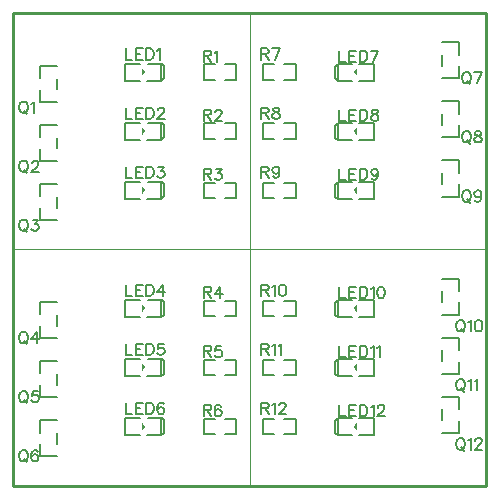
<source format=gto>
G04 Layer: TopSilkscreenLayer*
G04 EasyEDA v6.5.20, 2023-08-22 23:15:59*
G04 a67cddfb3fce44daa9051d46cbbcc19f,10*
G04 Gerber Generator version 0.2*
G04 Scale: 100 percent, Rotated: No, Reflected: No *
G04 Dimensions in millimeters *
G04 leading zeros omitted , absolute positions ,4 integer and 5 decimal *
%FSLAX45Y45*%
%MOMM*%

%ADD10C,0.1524*%
%ADD11C,0.1000*%
%ADD12C,0.1500*%
%ADD13C,0.2540*%

%LPD*%
D10*
X2109977Y4183379D02*
G01*
X2109977Y4087876D01*
X2109977Y4183379D02*
G01*
X2150872Y4183379D01*
X2164588Y4178807D01*
X2169159Y4174236D01*
X2173731Y4165092D01*
X2173731Y4155947D01*
X2169159Y4147057D01*
X2164588Y4142486D01*
X2150872Y4137913D01*
X2109977Y4137913D01*
X2141727Y4137913D02*
G01*
X2173731Y4087876D01*
X2203704Y4165092D02*
G01*
X2212593Y4169663D01*
X2226309Y4183379D01*
X2226309Y4087876D01*
X2109977Y3683254D02*
G01*
X2109977Y3587750D01*
X2109977Y3683254D02*
G01*
X2150872Y3683254D01*
X2164588Y3678681D01*
X2169159Y3674110D01*
X2173731Y3665220D01*
X2173731Y3656076D01*
X2169159Y3646931D01*
X2164588Y3642360D01*
X2150872Y3637787D01*
X2109977Y3637787D01*
X2141727Y3637787D02*
G01*
X2173731Y3587750D01*
X2208275Y3660647D02*
G01*
X2208275Y3665220D01*
X2212593Y3674110D01*
X2217165Y3678681D01*
X2226309Y3683254D01*
X2244597Y3683254D01*
X2253488Y3678681D01*
X2258059Y3674110D01*
X2262631Y3665220D01*
X2262631Y3656076D01*
X2258059Y3646931D01*
X2249170Y3633215D01*
X2203704Y3587750D01*
X2267204Y3587750D01*
X2109977Y3183381D02*
G01*
X2109977Y3087878D01*
X2109977Y3183381D02*
G01*
X2150872Y3183381D01*
X2164588Y3178810D01*
X2169159Y3174237D01*
X2173731Y3165094D01*
X2173731Y3155950D01*
X2169159Y3147060D01*
X2164588Y3142487D01*
X2150872Y3137915D01*
X2109977Y3137915D01*
X2141727Y3137915D02*
G01*
X2173731Y3087878D01*
X2212593Y3183381D02*
G01*
X2262631Y3183381D01*
X2235454Y3147060D01*
X2249170Y3147060D01*
X2258059Y3142487D01*
X2262631Y3137915D01*
X2267204Y3124200D01*
X2267204Y3115055D01*
X2262631Y3101594D01*
X2253488Y3092450D01*
X2240025Y3087878D01*
X2226309Y3087878D01*
X2212593Y3092450D01*
X2208275Y3097021D01*
X2203704Y3105912D01*
X2109977Y2183384D02*
G01*
X2109977Y2087879D01*
X2109977Y2183384D02*
G01*
X2150872Y2183384D01*
X2164588Y2178812D01*
X2169159Y2174239D01*
X2173477Y2165095D01*
X2173477Y2155952D01*
X2169159Y2147062D01*
X2164588Y2142489D01*
X2150872Y2137918D01*
X2109977Y2137918D01*
X2141727Y2137918D02*
G01*
X2173477Y2087879D01*
X2249170Y2183384D02*
G01*
X2203704Y2119629D01*
X2271775Y2119629D01*
X2249170Y2183384D02*
G01*
X2249170Y2087879D01*
X2109977Y1683257D02*
G01*
X2109977Y1587754D01*
X2109977Y1683257D02*
G01*
X2150872Y1683257D01*
X2164588Y1678686D01*
X2169159Y1674113D01*
X2173477Y1665223D01*
X2173477Y1656079D01*
X2169159Y1646936D01*
X2164588Y1642363D01*
X2150872Y1637792D01*
X2109977Y1637792D01*
X2141727Y1637792D02*
G01*
X2173477Y1587754D01*
X2258059Y1683257D02*
G01*
X2212593Y1683257D01*
X2208022Y1642363D01*
X2212593Y1646936D01*
X2226309Y1651507D01*
X2240025Y1651507D01*
X2253488Y1646936D01*
X2262631Y1637792D01*
X2267204Y1624329D01*
X2267204Y1615186D01*
X2262631Y1601470D01*
X2253488Y1592326D01*
X2240025Y1587754D01*
X2226309Y1587754D01*
X2212593Y1592326D01*
X2208022Y1596897D01*
X2203704Y1606042D01*
X2109977Y1183386D02*
G01*
X2109977Y1087881D01*
X2109977Y1183386D02*
G01*
X2150872Y1183386D01*
X2164588Y1178813D01*
X2169159Y1174242D01*
X2173477Y1165097D01*
X2173477Y1155954D01*
X2169159Y1147063D01*
X2164588Y1142492D01*
X2150872Y1137920D01*
X2109977Y1137920D01*
X2141727Y1137920D02*
G01*
X2173477Y1087881D01*
X2258059Y1169670D02*
G01*
X2253488Y1178813D01*
X2240025Y1183386D01*
X2230881Y1183386D01*
X2217165Y1178813D01*
X2208022Y1165097D01*
X2203704Y1142492D01*
X2203704Y1119631D01*
X2208022Y1101597D01*
X2217165Y1092454D01*
X2230881Y1087881D01*
X2235454Y1087881D01*
X2249170Y1092454D01*
X2258059Y1101597D01*
X2262631Y1115060D01*
X2262631Y1119631D01*
X2258059Y1133347D01*
X2249170Y1142492D01*
X2235454Y1147063D01*
X2230881Y1147063D01*
X2217165Y1142492D01*
X2208022Y1133347D01*
X2203704Y1119631D01*
X2599943Y4200905D02*
G01*
X2599943Y4105402D01*
X2599943Y4200905D02*
G01*
X2640838Y4200905D01*
X2654554Y4196334D01*
X2659125Y4191762D01*
X2663697Y4182618D01*
X2663697Y4173728D01*
X2659125Y4164584D01*
X2654554Y4160012D01*
X2640838Y4155439D01*
X2599943Y4155439D01*
X2631693Y4155439D02*
G01*
X2663697Y4105402D01*
X2757170Y4200905D02*
G01*
X2711704Y4105402D01*
X2693670Y4200905D02*
G01*
X2757170Y4200905D01*
X2599943Y3700779D02*
G01*
X2599943Y3605529D01*
X2599943Y3700779D02*
G01*
X2640838Y3700779D01*
X2654554Y3696462D01*
X2659125Y3691889D01*
X2663697Y3682745D01*
X2663697Y3673602D01*
X2659125Y3664457D01*
X2654554Y3659886D01*
X2640838Y3655568D01*
X2599943Y3655568D01*
X2631693Y3655568D02*
G01*
X2663697Y3605529D01*
X2716275Y3700779D02*
G01*
X2702813Y3696462D01*
X2698241Y3687318D01*
X2698241Y3678173D01*
X2702813Y3669029D01*
X2711704Y3664457D01*
X2729991Y3659886D01*
X2743708Y3655568D01*
X2752597Y3646423D01*
X2757170Y3637279D01*
X2757170Y3623563D01*
X2752597Y3614420D01*
X2748279Y3610102D01*
X2734563Y3605529D01*
X2716275Y3605529D01*
X2702813Y3610102D01*
X2698241Y3614420D01*
X2693670Y3623563D01*
X2693670Y3637279D01*
X2698241Y3646423D01*
X2707386Y3655568D01*
X2720847Y3659886D01*
X2739136Y3664457D01*
X2748279Y3669029D01*
X2752597Y3678173D01*
X2752597Y3687318D01*
X2748279Y3696462D01*
X2734563Y3700779D01*
X2716275Y3700779D01*
X2599943Y3200907D02*
G01*
X2599943Y3105404D01*
X2599943Y3200907D02*
G01*
X2640838Y3200907D01*
X2654554Y3196336D01*
X2659125Y3191763D01*
X2663697Y3182620D01*
X2663697Y3173729D01*
X2659125Y3164586D01*
X2654554Y3160013D01*
X2640838Y3155442D01*
X2599943Y3155442D01*
X2631693Y3155442D02*
G01*
X2663697Y3105404D01*
X2752597Y3169157D02*
G01*
X2748279Y3155442D01*
X2739136Y3146297D01*
X2725420Y3141726D01*
X2720847Y3141726D01*
X2707386Y3146297D01*
X2698241Y3155442D01*
X2693670Y3169157D01*
X2693670Y3173729D01*
X2698241Y3187192D01*
X2707386Y3196336D01*
X2720847Y3200907D01*
X2725420Y3200907D01*
X2739136Y3196336D01*
X2748279Y3187192D01*
X2752597Y3169157D01*
X2752597Y3146297D01*
X2748279Y3123692D01*
X2739136Y3109976D01*
X2725420Y3105404D01*
X2716275Y3105404D01*
X2702813Y3109976D01*
X2698241Y3119120D01*
X2599943Y2200910D02*
G01*
X2599943Y2105405D01*
X2599943Y2200910D02*
G01*
X2640838Y2200910D01*
X2654554Y2196337D01*
X2659125Y2191765D01*
X2663697Y2182621D01*
X2663697Y2173731D01*
X2659125Y2164587D01*
X2654554Y2160015D01*
X2640838Y2155444D01*
X2599943Y2155444D01*
X2631693Y2155444D02*
G01*
X2663697Y2105405D01*
X2693670Y2182621D02*
G01*
X2702813Y2187194D01*
X2716275Y2200910D01*
X2716275Y2105405D01*
X2773679Y2200910D02*
G01*
X2759963Y2196337D01*
X2750820Y2182621D01*
X2746247Y2160015D01*
X2746247Y2146300D01*
X2750820Y2123694D01*
X2759963Y2109978D01*
X2773679Y2105405D01*
X2782824Y2105405D01*
X2796286Y2109978D01*
X2805429Y2123694D01*
X2810002Y2146300D01*
X2810002Y2160015D01*
X2805429Y2182621D01*
X2796286Y2196337D01*
X2782824Y2200910D01*
X2773679Y2200910D01*
X2599943Y1700784D02*
G01*
X2599943Y1605534D01*
X2599943Y1700784D02*
G01*
X2640838Y1700784D01*
X2654554Y1696465D01*
X2659125Y1691894D01*
X2663697Y1682750D01*
X2663697Y1673605D01*
X2659125Y1664462D01*
X2654554Y1659889D01*
X2640838Y1655571D01*
X2599943Y1655571D01*
X2631693Y1655571D02*
G01*
X2663697Y1605534D01*
X2693670Y1682750D02*
G01*
X2702813Y1687321D01*
X2716275Y1700784D01*
X2716275Y1605534D01*
X2746247Y1682750D02*
G01*
X2755391Y1687321D01*
X2769108Y1700784D01*
X2769108Y1605534D01*
X2599943Y1200912D02*
G01*
X2599943Y1105407D01*
X2599943Y1200912D02*
G01*
X2640838Y1200912D01*
X2654554Y1196339D01*
X2659125Y1191768D01*
X2663697Y1182623D01*
X2663697Y1173734D01*
X2659125Y1164589D01*
X2654554Y1160018D01*
X2640838Y1155445D01*
X2599943Y1155445D01*
X2631693Y1155445D02*
G01*
X2663697Y1105407D01*
X2693670Y1182623D02*
G01*
X2702813Y1187195D01*
X2716275Y1200912D01*
X2716275Y1105407D01*
X2750820Y1178305D02*
G01*
X2750820Y1182623D01*
X2755391Y1191768D01*
X2759963Y1196339D01*
X2769108Y1200912D01*
X2787141Y1200912D01*
X2796286Y1196339D01*
X2800858Y1191768D01*
X2805429Y1182623D01*
X2805429Y1173734D01*
X2800858Y1164589D01*
X2791713Y1150873D01*
X2746247Y1105407D01*
X2810002Y1105407D01*
X1450068Y2200986D02*
G01*
X1450068Y2105482D01*
X1450068Y2105482D02*
G01*
X1504678Y2105482D01*
X1534650Y2200986D02*
G01*
X1534650Y2105482D01*
X1534650Y2200986D02*
G01*
X1593578Y2200986D01*
X1534650Y2155520D02*
G01*
X1570972Y2155520D01*
X1534650Y2105482D02*
G01*
X1593578Y2105482D01*
X1623804Y2200986D02*
G01*
X1623804Y2105482D01*
X1623804Y2200986D02*
G01*
X1655554Y2200986D01*
X1669270Y2196414D01*
X1678160Y2187524D01*
X1682732Y2178380D01*
X1687304Y2164664D01*
X1687304Y2142058D01*
X1682732Y2128342D01*
X1678160Y2119198D01*
X1669270Y2110054D01*
X1655554Y2105482D01*
X1623804Y2105482D01*
X1762742Y2200986D02*
G01*
X1717276Y2137486D01*
X1785602Y2137486D01*
X1762742Y2200986D02*
G01*
X1762742Y2105482D01*
X1450068Y1700987D02*
G01*
X1450068Y1605483D01*
X1450068Y1605483D02*
G01*
X1504424Y1605483D01*
X1534396Y1700987D02*
G01*
X1534396Y1605483D01*
X1534396Y1700987D02*
G01*
X1593578Y1700987D01*
X1534396Y1655521D02*
G01*
X1570972Y1655521D01*
X1534396Y1605483D02*
G01*
X1593578Y1605483D01*
X1623550Y1700987D02*
G01*
X1623550Y1605483D01*
X1623550Y1700987D02*
G01*
X1655300Y1700987D01*
X1669016Y1696415D01*
X1678160Y1687271D01*
X1682732Y1678127D01*
X1687304Y1664665D01*
X1687304Y1641805D01*
X1682732Y1628089D01*
X1678160Y1619199D01*
X1669016Y1610055D01*
X1655300Y1605483D01*
X1623550Y1605483D01*
X1771632Y1700987D02*
G01*
X1726420Y1700987D01*
X1721848Y1660093D01*
X1726420Y1664665D01*
X1739882Y1669237D01*
X1753598Y1669237D01*
X1767314Y1664665D01*
X1776204Y1655521D01*
X1780776Y1641805D01*
X1780776Y1632661D01*
X1776204Y1619199D01*
X1767314Y1610055D01*
X1753598Y1605483D01*
X1739882Y1605483D01*
X1726420Y1610055D01*
X1721848Y1614627D01*
X1717276Y1623771D01*
X1450068Y1200988D02*
G01*
X1450068Y1105484D01*
X1450068Y1105484D02*
G01*
X1504424Y1105484D01*
X1534396Y1200988D02*
G01*
X1534396Y1105484D01*
X1534396Y1200988D02*
G01*
X1593578Y1200988D01*
X1534396Y1155522D02*
G01*
X1570972Y1155522D01*
X1534396Y1105484D02*
G01*
X1593578Y1105484D01*
X1623550Y1200988D02*
G01*
X1623550Y1105484D01*
X1623550Y1200988D02*
G01*
X1655300Y1200988D01*
X1669016Y1196416D01*
X1678160Y1187526D01*
X1682732Y1178382D01*
X1687304Y1164666D01*
X1687304Y1142060D01*
X1682732Y1128344D01*
X1678160Y1119200D01*
X1669016Y1110056D01*
X1655300Y1105484D01*
X1623550Y1105484D01*
X1771632Y1187526D02*
G01*
X1767314Y1196416D01*
X1753598Y1200988D01*
X1744454Y1200988D01*
X1730738Y1196416D01*
X1721848Y1182954D01*
X1717276Y1160094D01*
X1717276Y1137488D01*
X1721848Y1119200D01*
X1730738Y1110056D01*
X1744454Y1105484D01*
X1749026Y1105484D01*
X1762742Y1110056D01*
X1771632Y1119200D01*
X1776204Y1132916D01*
X1776204Y1137488D01*
X1771632Y1150950D01*
X1762742Y1160094D01*
X1749026Y1164666D01*
X1744454Y1164666D01*
X1730738Y1160094D01*
X1721848Y1150950D01*
X1717276Y1137488D01*
X3260224Y4183456D02*
G01*
X3260224Y4087952D01*
X3260224Y4087952D02*
G01*
X3314580Y4087952D01*
X3344552Y4183456D02*
G01*
X3344552Y4087952D01*
X3344552Y4183456D02*
G01*
X3403734Y4183456D01*
X3344552Y4137990D02*
G01*
X3381128Y4137990D01*
X3344552Y4087952D02*
G01*
X3403734Y4087952D01*
X3433706Y4183456D02*
G01*
X3433706Y4087952D01*
X3433706Y4183456D02*
G01*
X3465456Y4183456D01*
X3479172Y4178884D01*
X3488316Y4169740D01*
X3492888Y4160596D01*
X3497460Y4147134D01*
X3497460Y4124274D01*
X3492888Y4110558D01*
X3488316Y4101668D01*
X3479172Y4092524D01*
X3465456Y4087952D01*
X3433706Y4087952D01*
X3590932Y4183456D02*
G01*
X3545466Y4087952D01*
X3527432Y4183456D02*
G01*
X3590932Y4183456D01*
X3260224Y3683203D02*
G01*
X3260224Y3587699D01*
X3260224Y3587699D02*
G01*
X3314580Y3587699D01*
X3344552Y3683203D02*
G01*
X3344552Y3587699D01*
X3344552Y3683203D02*
G01*
X3403734Y3683203D01*
X3344552Y3637737D02*
G01*
X3381128Y3637737D01*
X3344552Y3587699D02*
G01*
X3403734Y3587699D01*
X3433706Y3683203D02*
G01*
X3433706Y3587699D01*
X3433706Y3683203D02*
G01*
X3465456Y3683203D01*
X3479172Y3678631D01*
X3488316Y3669487D01*
X3492888Y3660597D01*
X3497460Y3646881D01*
X3497460Y3624275D01*
X3492888Y3610559D01*
X3488316Y3601415D01*
X3479172Y3592271D01*
X3465456Y3587699D01*
X3433706Y3587699D01*
X3550038Y3683203D02*
G01*
X3536576Y3678631D01*
X3532004Y3669487D01*
X3532004Y3660597D01*
X3536576Y3651453D01*
X3545466Y3646881D01*
X3563754Y3642309D01*
X3577470Y3637737D01*
X3586360Y3628593D01*
X3590932Y3619703D01*
X3590932Y3605987D01*
X3586360Y3596843D01*
X3581788Y3592271D01*
X3568326Y3587699D01*
X3550038Y3587699D01*
X3536576Y3592271D01*
X3532004Y3596843D01*
X3527432Y3605987D01*
X3527432Y3619703D01*
X3532004Y3628593D01*
X3540894Y3637737D01*
X3554610Y3642309D01*
X3572898Y3646881D01*
X3581788Y3651453D01*
X3586360Y3660597D01*
X3586360Y3669487D01*
X3581788Y3678631D01*
X3568326Y3683203D01*
X3550038Y3683203D01*
X3260224Y3183458D02*
G01*
X3260224Y3087954D01*
X3260224Y3087954D02*
G01*
X3314580Y3087954D01*
X3344552Y3183458D02*
G01*
X3344552Y3087954D01*
X3344552Y3183458D02*
G01*
X3403734Y3183458D01*
X3344552Y3137992D02*
G01*
X3381128Y3137992D01*
X3344552Y3087954D02*
G01*
X3403734Y3087954D01*
X3433706Y3183458D02*
G01*
X3433706Y3087954D01*
X3433706Y3183458D02*
G01*
X3465456Y3183458D01*
X3479172Y3178886D01*
X3488316Y3169742D01*
X3492888Y3160598D01*
X3497460Y3147136D01*
X3497460Y3124276D01*
X3492888Y3110560D01*
X3488316Y3101670D01*
X3479172Y3092526D01*
X3465456Y3087954D01*
X3433706Y3087954D01*
X3586360Y3151454D02*
G01*
X3581788Y3137992D01*
X3572898Y3128848D01*
X3559182Y3124276D01*
X3554610Y3124276D01*
X3540894Y3128848D01*
X3532004Y3137992D01*
X3527432Y3151454D01*
X3527432Y3156026D01*
X3532004Y3169742D01*
X3540894Y3178886D01*
X3554610Y3183458D01*
X3559182Y3183458D01*
X3572898Y3178886D01*
X3581788Y3169742D01*
X3586360Y3151454D01*
X3586360Y3128848D01*
X3581788Y3105988D01*
X3572898Y3092526D01*
X3559182Y3087954D01*
X3550038Y3087954D01*
X3536576Y3092526D01*
X3532004Y3101670D01*
X3260224Y2183460D02*
G01*
X3260224Y2087956D01*
X3260224Y2087956D02*
G01*
X3314580Y2087956D01*
X3344552Y2183460D02*
G01*
X3344552Y2087956D01*
X3344552Y2183460D02*
G01*
X3403734Y2183460D01*
X3344552Y2137994D02*
G01*
X3381128Y2137994D01*
X3344552Y2087956D02*
G01*
X3403734Y2087956D01*
X3433706Y2183460D02*
G01*
X3433706Y2087956D01*
X3433706Y2183460D02*
G01*
X3465456Y2183460D01*
X3479172Y2178888D01*
X3488316Y2169744D01*
X3492888Y2160600D01*
X3497460Y2147138D01*
X3497460Y2124278D01*
X3492888Y2110562D01*
X3488316Y2101672D01*
X3479172Y2092528D01*
X3465456Y2087956D01*
X3433706Y2087956D01*
X3527432Y2165172D02*
G01*
X3536576Y2169744D01*
X3550038Y2183460D01*
X3550038Y2087956D01*
X3607442Y2183460D02*
G01*
X3593726Y2178888D01*
X3584582Y2165172D01*
X3580010Y2142566D01*
X3580010Y2128850D01*
X3584582Y2105990D01*
X3593726Y2092528D01*
X3607442Y2087956D01*
X3616586Y2087956D01*
X3630048Y2092528D01*
X3639192Y2105990D01*
X3643764Y2128850D01*
X3643764Y2142566D01*
X3639192Y2165172D01*
X3630048Y2178888D01*
X3616586Y2183460D01*
X3607442Y2183460D01*
X3260224Y1683207D02*
G01*
X3260224Y1587703D01*
X3260224Y1587703D02*
G01*
X3314580Y1587703D01*
X3344552Y1683207D02*
G01*
X3344552Y1587703D01*
X3344552Y1683207D02*
G01*
X3403734Y1683207D01*
X3344552Y1637741D02*
G01*
X3381128Y1637741D01*
X3344552Y1587703D02*
G01*
X3403734Y1587703D01*
X3433706Y1683207D02*
G01*
X3433706Y1587703D01*
X3433706Y1683207D02*
G01*
X3465456Y1683207D01*
X3479172Y1678635D01*
X3488316Y1669491D01*
X3492888Y1660601D01*
X3497460Y1646885D01*
X3497460Y1624279D01*
X3492888Y1610563D01*
X3488316Y1601419D01*
X3479172Y1592275D01*
X3465456Y1587703D01*
X3433706Y1587703D01*
X3527432Y1665173D02*
G01*
X3536576Y1669491D01*
X3550038Y1683207D01*
X3550038Y1587703D01*
X3580010Y1665173D02*
G01*
X3589154Y1669491D01*
X3602870Y1683207D01*
X3602870Y1587703D01*
X3260224Y1183462D02*
G01*
X3260224Y1087958D01*
X3260224Y1087958D02*
G01*
X3314580Y1087958D01*
X3344552Y1183462D02*
G01*
X3344552Y1087958D01*
X3344552Y1183462D02*
G01*
X3403734Y1183462D01*
X3344552Y1137996D02*
G01*
X3381128Y1137996D01*
X3344552Y1087958D02*
G01*
X3403734Y1087958D01*
X3433706Y1183462D02*
G01*
X3433706Y1087958D01*
X3433706Y1183462D02*
G01*
X3465456Y1183462D01*
X3479172Y1178890D01*
X3488316Y1169746D01*
X3492888Y1160602D01*
X3497460Y1147140D01*
X3497460Y1124280D01*
X3492888Y1110564D01*
X3488316Y1101674D01*
X3479172Y1092530D01*
X3465456Y1087958D01*
X3433706Y1087958D01*
X3527432Y1165174D02*
G01*
X3536576Y1169746D01*
X3550038Y1183462D01*
X3550038Y1087958D01*
X3584582Y1160602D02*
G01*
X3584582Y1165174D01*
X3589154Y1174318D01*
X3593726Y1178890D01*
X3602870Y1183462D01*
X3620904Y1183462D01*
X3630048Y1178890D01*
X3634620Y1174318D01*
X3639192Y1165174D01*
X3639192Y1156030D01*
X3634620Y1147140D01*
X3625476Y1133424D01*
X3580010Y1087958D01*
X3643764Y1087958D01*
X577151Y1800987D02*
G01*
X568261Y1796414D01*
X559117Y1787270D01*
X554545Y1778127D01*
X549973Y1764664D01*
X549973Y1741804D01*
X554545Y1728088D01*
X559117Y1719198D01*
X568261Y1710054D01*
X577151Y1705482D01*
X595439Y1705482D01*
X604583Y1710054D01*
X613727Y1719198D01*
X618299Y1728088D01*
X622617Y1741804D01*
X622617Y1764664D01*
X618299Y1778127D01*
X613727Y1787270D01*
X604583Y1796414D01*
X595439Y1800987D01*
X577151Y1800987D01*
X590867Y1723517D02*
G01*
X618299Y1696338D01*
X698055Y1800987D02*
G01*
X652843Y1737232D01*
X720915Y1737232D01*
X698055Y1800987D02*
G01*
X698055Y1705482D01*
X577151Y800988D02*
G01*
X568261Y796417D01*
X559117Y787272D01*
X554545Y778129D01*
X549973Y764667D01*
X549973Y741806D01*
X554545Y728090D01*
X559117Y719201D01*
X568261Y710056D01*
X577151Y705485D01*
X595439Y705485D01*
X604583Y710056D01*
X613727Y719201D01*
X618299Y728090D01*
X622617Y741806D01*
X622617Y764667D01*
X618299Y778129D01*
X613727Y787272D01*
X604583Y796417D01*
X595439Y800988D01*
X577151Y800988D01*
X590867Y723519D02*
G01*
X618299Y696340D01*
X707199Y787272D02*
G01*
X702627Y796417D01*
X689165Y800988D01*
X680021Y800988D01*
X666305Y796417D01*
X657161Y782701D01*
X652843Y760095D01*
X652843Y737235D01*
X657161Y719201D01*
X666305Y710056D01*
X680021Y705485D01*
X684593Y705485D01*
X698055Y710056D01*
X707199Y719201D01*
X711771Y732662D01*
X711771Y737235D01*
X707199Y750951D01*
X698055Y760095D01*
X684593Y764667D01*
X680021Y764667D01*
X666305Y760095D01*
X657161Y750951D01*
X652843Y737235D01*
X1450065Y4201007D02*
G01*
X1450065Y4105503D01*
X1450065Y4105503D02*
G01*
X1504421Y4105503D01*
X1534647Y4201007D02*
G01*
X1534647Y4105503D01*
X1534647Y4201007D02*
G01*
X1593575Y4201007D01*
X1534647Y4155541D02*
G01*
X1570969Y4155541D01*
X1534647Y4105503D02*
G01*
X1593575Y4105503D01*
X1623547Y4201007D02*
G01*
X1623547Y4105503D01*
X1623547Y4201007D02*
G01*
X1655551Y4201007D01*
X1669013Y4196435D01*
X1678157Y4187291D01*
X1682729Y4178147D01*
X1687301Y4164431D01*
X1687301Y4141825D01*
X1682729Y4128109D01*
X1678157Y4118965D01*
X1669013Y4110075D01*
X1655551Y4105503D01*
X1623547Y4105503D01*
X1717273Y4182719D02*
G01*
X1726417Y4187291D01*
X1739879Y4201007D01*
X1739879Y4105503D01*
X1450065Y3700881D02*
G01*
X1450065Y3605377D01*
X1450065Y3605377D02*
G01*
X1504421Y3605377D01*
X1534647Y3700881D02*
G01*
X1534647Y3605377D01*
X1534647Y3700881D02*
G01*
X1593575Y3700881D01*
X1534647Y3655415D02*
G01*
X1570969Y3655415D01*
X1534647Y3605377D02*
G01*
X1593575Y3605377D01*
X1623547Y3700881D02*
G01*
X1623547Y3605377D01*
X1623547Y3700881D02*
G01*
X1655551Y3700881D01*
X1669013Y3696309D01*
X1678157Y3687165D01*
X1682729Y3678275D01*
X1687301Y3664559D01*
X1687301Y3641699D01*
X1682729Y3628237D01*
X1678157Y3619093D01*
X1669013Y3609949D01*
X1655551Y3605377D01*
X1623547Y3605377D01*
X1721845Y3678275D02*
G01*
X1721845Y3682593D01*
X1726417Y3691737D01*
X1730989Y3696309D01*
X1739879Y3700881D01*
X1758167Y3700881D01*
X1767311Y3696309D01*
X1771883Y3691737D01*
X1776455Y3682593D01*
X1776455Y3673703D01*
X1771883Y3664559D01*
X1762739Y3650843D01*
X1717273Y3605377D01*
X1781027Y3605377D01*
X1450065Y3201009D02*
G01*
X1450065Y3105505D01*
X1450065Y3105505D02*
G01*
X1504421Y3105505D01*
X1534647Y3201009D02*
G01*
X1534647Y3105505D01*
X1534647Y3201009D02*
G01*
X1593575Y3201009D01*
X1534647Y3155543D02*
G01*
X1570969Y3155543D01*
X1534647Y3105505D02*
G01*
X1593575Y3105505D01*
X1623547Y3201009D02*
G01*
X1623547Y3105505D01*
X1623547Y3201009D02*
G01*
X1655551Y3201009D01*
X1669013Y3196437D01*
X1678157Y3187293D01*
X1682729Y3178149D01*
X1687301Y3164433D01*
X1687301Y3141827D01*
X1682729Y3128111D01*
X1678157Y3118967D01*
X1669013Y3110077D01*
X1655551Y3105505D01*
X1623547Y3105505D01*
X1726417Y3201009D02*
G01*
X1776455Y3201009D01*
X1749023Y3164433D01*
X1762739Y3164433D01*
X1771883Y3160115D01*
X1776455Y3155543D01*
X1781027Y3141827D01*
X1781027Y3132683D01*
X1776455Y3118967D01*
X1767311Y3110077D01*
X1753595Y3105505D01*
X1739879Y3105505D01*
X1726417Y3110077D01*
X1721845Y3114649D01*
X1717273Y3123539D01*
X577303Y3750830D02*
G01*
X568159Y3746258D01*
X559015Y3737368D01*
X554443Y3728224D01*
X550125Y3714508D01*
X550125Y3691902D01*
X554443Y3678186D01*
X559015Y3669042D01*
X568159Y3659898D01*
X577303Y3655326D01*
X595337Y3655326D01*
X604481Y3659898D01*
X613625Y3669042D01*
X618197Y3678186D01*
X622769Y3691902D01*
X622769Y3714508D01*
X618197Y3728224D01*
X613625Y3737368D01*
X604481Y3746258D01*
X595337Y3750830D01*
X577303Y3750830D01*
X591019Y3673614D02*
G01*
X618197Y3646436D01*
X652741Y3732796D02*
G01*
X661885Y3737368D01*
X675347Y3750830D01*
X675347Y3655326D01*
X577303Y3250958D02*
G01*
X568159Y3246386D01*
X559015Y3237242D01*
X554443Y3228098D01*
X550125Y3214636D01*
X550125Y3191776D01*
X554443Y3178060D01*
X559015Y3169170D01*
X568159Y3160026D01*
X577303Y3155454D01*
X595337Y3155454D01*
X604481Y3160026D01*
X613625Y3169170D01*
X618197Y3178060D01*
X622769Y3191776D01*
X622769Y3214636D01*
X618197Y3228098D01*
X613625Y3237242D01*
X604481Y3246386D01*
X595337Y3250958D01*
X577303Y3250958D01*
X591019Y3173742D02*
G01*
X618197Y3146310D01*
X657313Y3228098D02*
G01*
X657313Y3232670D01*
X661885Y3241814D01*
X666457Y3246386D01*
X675347Y3250958D01*
X693635Y3250958D01*
X702779Y3246386D01*
X707351Y3241814D01*
X711923Y3232670D01*
X711923Y3223526D01*
X707351Y3214636D01*
X698207Y3200920D01*
X652741Y3155454D01*
X716241Y3155454D01*
X577303Y2750832D02*
G01*
X568159Y2746260D01*
X559015Y2737370D01*
X554443Y2728226D01*
X550125Y2714510D01*
X550125Y2691904D01*
X554443Y2678188D01*
X559015Y2669044D01*
X568159Y2659900D01*
X577303Y2655328D01*
X595337Y2655328D01*
X604481Y2659900D01*
X613625Y2669044D01*
X618197Y2678188D01*
X622769Y2691904D01*
X622769Y2714510D01*
X618197Y2728226D01*
X613625Y2737370D01*
X604481Y2746260D01*
X595337Y2750832D01*
X577303Y2750832D01*
X591019Y2673616D02*
G01*
X618197Y2646438D01*
X661885Y2750832D02*
G01*
X711923Y2750832D01*
X684491Y2714510D01*
X698207Y2714510D01*
X707351Y2709938D01*
X711923Y2705366D01*
X716241Y2691904D01*
X716241Y2682760D01*
X711923Y2669044D01*
X702779Y2659900D01*
X689063Y2655328D01*
X675347Y2655328D01*
X661885Y2659900D01*
X657313Y2664472D01*
X652741Y2673616D01*
X4327296Y4000830D02*
G01*
X4318152Y3996258D01*
X4309008Y3987368D01*
X4304436Y3978224D01*
X4300118Y3964508D01*
X4300118Y3941902D01*
X4304436Y3928186D01*
X4309008Y3919042D01*
X4318152Y3909898D01*
X4327296Y3905326D01*
X4345330Y3905326D01*
X4354474Y3909898D01*
X4363618Y3919042D01*
X4368190Y3928186D01*
X4372762Y3941902D01*
X4372762Y3964508D01*
X4368190Y3978224D01*
X4363618Y3987368D01*
X4354474Y3996258D01*
X4345330Y4000830D01*
X4327296Y4000830D01*
X4341012Y3923614D02*
G01*
X4368190Y3896436D01*
X4466234Y4000830D02*
G01*
X4421022Y3905326D01*
X4402734Y4000830D02*
G01*
X4466234Y4000830D01*
X4327296Y3500958D02*
G01*
X4318152Y3496386D01*
X4309008Y3487242D01*
X4304436Y3478098D01*
X4300118Y3464636D01*
X4300118Y3441776D01*
X4304436Y3428060D01*
X4309008Y3419170D01*
X4318152Y3410026D01*
X4327296Y3405454D01*
X4345330Y3405454D01*
X4354474Y3410026D01*
X4363618Y3419170D01*
X4368190Y3428060D01*
X4372762Y3441776D01*
X4372762Y3464636D01*
X4368190Y3478098D01*
X4363618Y3487242D01*
X4354474Y3496386D01*
X4345330Y3500958D01*
X4327296Y3500958D01*
X4341012Y3423742D02*
G01*
X4368190Y3396310D01*
X4425340Y3500958D02*
G01*
X4411878Y3496386D01*
X4407306Y3487242D01*
X4407306Y3478098D01*
X4411878Y3469208D01*
X4421022Y3464636D01*
X4439056Y3460064D01*
X4452772Y3455492D01*
X4461916Y3446348D01*
X4466234Y3437204D01*
X4466234Y3423742D01*
X4461916Y3414598D01*
X4457344Y3410026D01*
X4443628Y3405454D01*
X4425340Y3405454D01*
X4411878Y3410026D01*
X4407306Y3414598D01*
X4402734Y3423742D01*
X4402734Y3437204D01*
X4407306Y3446348D01*
X4416450Y3455492D01*
X4429912Y3460064D01*
X4448200Y3464636D01*
X4457344Y3469208D01*
X4461916Y3478098D01*
X4461916Y3487242D01*
X4457344Y3496386D01*
X4443628Y3500958D01*
X4425340Y3500958D01*
X4327296Y3000832D02*
G01*
X4318152Y2996260D01*
X4309008Y2987370D01*
X4304436Y2978226D01*
X4300118Y2964510D01*
X4300118Y2941904D01*
X4304436Y2928188D01*
X4309008Y2919044D01*
X4318152Y2909900D01*
X4327296Y2905328D01*
X4345330Y2905328D01*
X4354474Y2909900D01*
X4363618Y2919044D01*
X4368190Y2928188D01*
X4372762Y2941904D01*
X4372762Y2964510D01*
X4368190Y2978226D01*
X4363618Y2987370D01*
X4354474Y2996260D01*
X4345330Y3000832D01*
X4327296Y3000832D01*
X4341012Y2923616D02*
G01*
X4368190Y2896438D01*
X4461916Y2969082D02*
G01*
X4457344Y2955366D01*
X4448200Y2946476D01*
X4434484Y2941904D01*
X4429912Y2941904D01*
X4416450Y2946476D01*
X4407306Y2955366D01*
X4402734Y2969082D01*
X4402734Y2973654D01*
X4407306Y2987370D01*
X4416450Y2996260D01*
X4429912Y3000832D01*
X4434484Y3000832D01*
X4448200Y2996260D01*
X4457344Y2987370D01*
X4461916Y2969082D01*
X4461916Y2946476D01*
X4457344Y2923616D01*
X4448200Y2909900D01*
X4434484Y2905328D01*
X4425340Y2905328D01*
X4411878Y2909900D01*
X4407306Y2919044D01*
X4277296Y1900834D02*
G01*
X4268152Y1896262D01*
X4259008Y1887372D01*
X4254436Y1878228D01*
X4250118Y1864512D01*
X4250118Y1841906D01*
X4254436Y1828190D01*
X4259008Y1819046D01*
X4268152Y1809902D01*
X4277296Y1805330D01*
X4295330Y1805330D01*
X4304474Y1809902D01*
X4313618Y1819046D01*
X4318190Y1828190D01*
X4322762Y1841906D01*
X4322762Y1864512D01*
X4318190Y1878228D01*
X4313618Y1887372D01*
X4304474Y1896262D01*
X4295330Y1900834D01*
X4277296Y1900834D01*
X4291012Y1823618D02*
G01*
X4318190Y1796440D01*
X4352734Y1882800D02*
G01*
X4361878Y1887372D01*
X4375340Y1900834D01*
X4375340Y1805330D01*
X4432744Y1900834D02*
G01*
X4419028Y1896262D01*
X4409884Y1882800D01*
X4405566Y1859940D01*
X4405566Y1846478D01*
X4409884Y1823618D01*
X4419028Y1809902D01*
X4432744Y1805330D01*
X4441888Y1805330D01*
X4455350Y1809902D01*
X4464494Y1823618D01*
X4469066Y1846478D01*
X4469066Y1859940D01*
X4464494Y1882800D01*
X4455350Y1896262D01*
X4441888Y1900834D01*
X4432744Y1900834D01*
X4277296Y1400962D02*
G01*
X4268152Y1396390D01*
X4259008Y1387246D01*
X4254436Y1378102D01*
X4250118Y1364640D01*
X4250118Y1341780D01*
X4254436Y1328064D01*
X4259008Y1319174D01*
X4268152Y1310030D01*
X4277296Y1305458D01*
X4295330Y1305458D01*
X4304474Y1310030D01*
X4313618Y1319174D01*
X4318190Y1328064D01*
X4322762Y1341780D01*
X4322762Y1364640D01*
X4318190Y1378102D01*
X4313618Y1387246D01*
X4304474Y1396390D01*
X4295330Y1400962D01*
X4277296Y1400962D01*
X4291012Y1323746D02*
G01*
X4318190Y1296314D01*
X4352734Y1382674D02*
G01*
X4361878Y1387246D01*
X4375340Y1400962D01*
X4375340Y1305458D01*
X4405566Y1382674D02*
G01*
X4414456Y1387246D01*
X4428172Y1400962D01*
X4428172Y1305458D01*
X4277296Y900836D02*
G01*
X4268152Y896264D01*
X4259008Y887374D01*
X4254436Y878230D01*
X4250118Y864514D01*
X4250118Y841908D01*
X4254436Y828192D01*
X4259008Y819048D01*
X4268152Y809904D01*
X4277296Y805332D01*
X4295330Y805332D01*
X4304474Y809904D01*
X4313618Y819048D01*
X4318190Y828192D01*
X4322762Y841908D01*
X4322762Y864514D01*
X4318190Y878230D01*
X4313618Y887374D01*
X4304474Y896264D01*
X4295330Y900836D01*
X4277296Y900836D01*
X4291012Y823620D02*
G01*
X4318190Y796442D01*
X4352734Y882802D02*
G01*
X4361878Y887374D01*
X4375340Y900836D01*
X4375340Y805332D01*
X4409884Y878230D02*
G01*
X4409884Y882802D01*
X4414456Y891692D01*
X4419028Y896264D01*
X4428172Y900836D01*
X4446460Y900836D01*
X4455350Y896264D01*
X4459922Y891692D01*
X4464494Y882802D01*
X4464494Y873658D01*
X4459922Y864514D01*
X4450778Y850798D01*
X4405566Y805332D01*
X4469066Y805332D01*
X577423Y1300835D02*
G01*
X568279Y1296263D01*
X559135Y1287373D01*
X554563Y1278229D01*
X550245Y1264513D01*
X550245Y1241907D01*
X554563Y1228191D01*
X559135Y1219047D01*
X568279Y1209903D01*
X577423Y1205331D01*
X595457Y1205331D01*
X604601Y1209903D01*
X613745Y1219047D01*
X618317Y1228191D01*
X622889Y1241907D01*
X622889Y1264513D01*
X618317Y1278229D01*
X613745Y1287373D01*
X604601Y1296263D01*
X595457Y1300835D01*
X577423Y1300835D01*
X591139Y1223619D02*
G01*
X618317Y1196441D01*
X707471Y1300835D02*
G01*
X662005Y1300835D01*
X657433Y1259941D01*
X662005Y1264513D01*
X675467Y1269085D01*
X689183Y1269085D01*
X702899Y1264513D01*
X712043Y1255369D01*
X716361Y1241907D01*
X716361Y1232763D01*
X712043Y1219047D01*
X702899Y1209903D01*
X689183Y1205331D01*
X675467Y1205331D01*
X662005Y1209903D01*
X657433Y1214475D01*
X652861Y1223619D01*
G36*
X1588973Y2036013D02*
G01*
X1588008Y1963978D01*
X1613966Y1999996D01*
G37*
G36*
X1588973Y1535988D02*
G01*
X1588008Y1464005D01*
X1613966Y1500022D01*
G37*
G36*
X1588973Y1036015D02*
G01*
X1588008Y963980D01*
X1613966Y999998D01*
G37*
G36*
X3411982Y4035958D02*
G01*
X3386023Y3999992D01*
X3411016Y3963974D01*
G37*
G36*
X3411982Y3535984D02*
G01*
X3386023Y3499967D01*
X3411016Y3464001D01*
G37*
G36*
X3411982Y3036011D02*
G01*
X3386023Y2999994D01*
X3411016Y2963976D01*
G37*
G36*
X3411982Y2036013D02*
G01*
X3386023Y1999996D01*
X3411016Y1963978D01*
G37*
G36*
X3411982Y1535988D02*
G01*
X3386023Y1499971D01*
X3411016Y1464005D01*
G37*
G36*
X3411982Y1035964D02*
G01*
X3386023Y999998D01*
X3411016Y963980D01*
G37*
G36*
X1588973Y4036009D02*
G01*
X1588008Y3964025D01*
X1613966Y3999992D01*
G37*
G36*
X1588973Y3535984D02*
G01*
X1588008Y3464001D01*
X1613966Y3500018D01*
G37*
G36*
X1588973Y3036011D02*
G01*
X1588008Y2964027D01*
X1613966Y2999994D01*
G37*
X2292553Y3933931D02*
G01*
X2388440Y3933931D01*
X2388440Y4066052D01*
X2292553Y4066052D01*
X2207310Y3933931D02*
G01*
X2111423Y3933931D01*
X2111423Y4066052D01*
X2207310Y4066052D01*
X2292553Y3433805D02*
G01*
X2388440Y3433805D01*
X2388440Y3565926D01*
X2292553Y3565926D01*
X2207310Y3433805D02*
G01*
X2111423Y3433805D01*
X2111423Y3565926D01*
X2207310Y3565926D01*
X2292553Y2933933D02*
G01*
X2388440Y2933933D01*
X2388440Y3066054D01*
X2292553Y3066054D01*
X2207310Y2933933D02*
G01*
X2111423Y2933933D01*
X2111423Y3066054D01*
X2207310Y3066054D01*
X2292553Y1933935D02*
G01*
X2388440Y1933935D01*
X2388440Y2066056D01*
X2292553Y2066056D01*
X2207310Y1933935D02*
G01*
X2111423Y1933935D01*
X2111423Y2066056D01*
X2207310Y2066056D01*
X2292553Y1433809D02*
G01*
X2388440Y1433809D01*
X2388440Y1565930D01*
X2292553Y1565930D01*
X2207310Y1433809D02*
G01*
X2111423Y1433809D01*
X2111423Y1565930D01*
X2207310Y1565930D01*
X2292553Y933937D02*
G01*
X2388440Y933937D01*
X2388440Y1066058D01*
X2292553Y1066058D01*
X2207310Y933937D02*
G01*
X2111423Y933937D01*
X2111423Y1066058D01*
X2207310Y1066058D01*
X2707436Y4066052D02*
G01*
X2611549Y4066052D01*
X2611549Y3933931D01*
X2707436Y3933931D01*
X2792679Y4066052D02*
G01*
X2888566Y4066052D01*
X2888566Y3933931D01*
X2792679Y3933931D01*
X2707436Y3565926D02*
G01*
X2611549Y3565926D01*
X2611549Y3433805D01*
X2707436Y3433805D01*
X2792679Y3565926D02*
G01*
X2888566Y3565926D01*
X2888566Y3433805D01*
X2792679Y3433805D01*
X2707436Y3066054D02*
G01*
X2611549Y3066054D01*
X2611549Y2933933D01*
X2707436Y2933933D01*
X2792679Y3066054D02*
G01*
X2888566Y3066054D01*
X2888566Y2933933D01*
X2792679Y2933933D01*
X2707436Y2066056D02*
G01*
X2611549Y2066056D01*
X2611549Y1933935D01*
X2707436Y1933935D01*
X2792679Y2066056D02*
G01*
X2888566Y2066056D01*
X2888566Y1933935D01*
X2792679Y1933935D01*
X2707436Y1565930D02*
G01*
X2611549Y1565930D01*
X2611549Y1433809D01*
X2707436Y1433809D01*
X2792679Y1565930D02*
G01*
X2888566Y1565930D01*
X2888566Y1433809D01*
X2792679Y1433809D01*
X2707436Y1066058D02*
G01*
X2611549Y1066058D01*
X2611549Y933937D01*
X2707436Y933937D01*
X2792679Y1066058D02*
G01*
X2888566Y1066058D01*
X2888566Y933937D01*
X2792679Y933937D01*
D11*
X2500000Y4499993D02*
G01*
X2500000Y499998D01*
X499998Y2499995D02*
G01*
X4499990Y2499995D01*
D12*
X1636996Y2072995D02*
G01*
X1751995Y2072995D01*
X1751995Y1927997D01*
X1631995Y1927997D01*
X1569996Y1926996D02*
G01*
X1445996Y1926996D01*
X1445996Y2071994D01*
X1569996Y2071994D01*
X1751995Y2072995D02*
G01*
X1754997Y2072995D01*
X1774997Y2052995D01*
X1774997Y1950996D01*
X1771995Y1947997D01*
X1751995Y1927997D01*
X1636996Y1572996D02*
G01*
X1751995Y1572996D01*
X1751995Y1427998D01*
X1631995Y1427998D01*
X1569996Y1426997D02*
G01*
X1445996Y1426997D01*
X1445996Y1571995D01*
X1569996Y1571995D01*
X1751995Y1572996D02*
G01*
X1754997Y1572996D01*
X1774997Y1552996D01*
X1774997Y1450997D01*
X1771995Y1447998D01*
X1751995Y1427998D01*
X1636996Y1072997D02*
G01*
X1751995Y1072997D01*
X1751995Y927999D01*
X1631995Y927999D01*
X1569996Y926998D02*
G01*
X1445996Y926998D01*
X1445996Y1071996D01*
X1569996Y1071996D01*
X1751995Y1072997D02*
G01*
X1754997Y1072997D01*
X1774997Y1052997D01*
X1774997Y950998D01*
X1771995Y947999D01*
X1751995Y927999D01*
X3362993Y3926992D02*
G01*
X3247994Y3926992D01*
X3247994Y4071990D01*
X3367994Y4071990D01*
X3429993Y4072991D02*
G01*
X3553993Y4072991D01*
X3553993Y3927993D01*
X3429993Y3927993D01*
X3247994Y3926992D02*
G01*
X3244992Y3926992D01*
X3224992Y3946992D01*
X3224992Y4048991D01*
X3227994Y4051990D01*
X3247994Y4071990D01*
X3362993Y3426993D02*
G01*
X3247994Y3426993D01*
X3247994Y3571991D01*
X3367994Y3571991D01*
X3429993Y3572992D02*
G01*
X3553993Y3572992D01*
X3553993Y3427994D01*
X3429993Y3427994D01*
X3247994Y3426993D02*
G01*
X3244992Y3426993D01*
X3224992Y3446993D01*
X3224992Y3548992D01*
X3227994Y3551991D01*
X3247994Y3571991D01*
X3362993Y2926994D02*
G01*
X3247994Y2926994D01*
X3247994Y3071992D01*
X3367994Y3071992D01*
X3429993Y3072993D02*
G01*
X3553993Y3072993D01*
X3553993Y2927995D01*
X3429993Y2927995D01*
X3247994Y2926994D02*
G01*
X3244992Y2926994D01*
X3224992Y2946994D01*
X3224992Y3048993D01*
X3227994Y3051992D01*
X3247994Y3071992D01*
X3362993Y1926996D02*
G01*
X3247994Y1926996D01*
X3247994Y2071994D01*
X3367994Y2071994D01*
X3429993Y2072995D02*
G01*
X3553993Y2072995D01*
X3553993Y1927997D01*
X3429993Y1927997D01*
X3247994Y1926996D02*
G01*
X3244992Y1926996D01*
X3224992Y1946996D01*
X3224992Y2048995D01*
X3227994Y2051994D01*
X3247994Y2071994D01*
X3362993Y1426997D02*
G01*
X3247994Y1426997D01*
X3247994Y1571995D01*
X3367994Y1571995D01*
X3429993Y1572996D02*
G01*
X3553993Y1572996D01*
X3553993Y1427998D01*
X3429993Y1427998D01*
X3247994Y1426997D02*
G01*
X3244992Y1426997D01*
X3224992Y1446997D01*
X3224992Y1548996D01*
X3227994Y1551995D01*
X3247994Y1571995D01*
X3362993Y926998D02*
G01*
X3247994Y926998D01*
X3247994Y1071996D01*
X3367994Y1071996D01*
X3429993Y1072997D02*
G01*
X3553993Y1072997D01*
X3553993Y927999D01*
X3429993Y927999D01*
X3247994Y926998D02*
G01*
X3244992Y926998D01*
X3224992Y946998D01*
X3224992Y1048997D01*
X3227994Y1051996D01*
X3247994Y1071996D01*
D10*
X872619Y2052617D02*
G01*
X727377Y2052617D01*
X727377Y1949455D01*
X872619Y1747375D02*
G01*
X727377Y1747375D01*
X727377Y1850537D01*
X872619Y1945535D02*
G01*
X872619Y1854456D01*
X872619Y1052619D02*
G01*
X727377Y1052619D01*
X727377Y949457D01*
X872619Y747377D02*
G01*
X727377Y747377D01*
X727377Y850539D01*
X872619Y945537D02*
G01*
X872619Y854458D01*
D12*
X1636996Y4072991D02*
G01*
X1751995Y4072991D01*
X1751995Y3927993D01*
X1631995Y3927993D01*
X1569996Y3926992D02*
G01*
X1445996Y3926992D01*
X1445996Y4071990D01*
X1569996Y4071990D01*
X1751995Y4072991D02*
G01*
X1754997Y4072991D01*
X1774997Y4052991D01*
X1774997Y3950992D01*
X1771995Y3947993D01*
X1751995Y3927993D01*
X1636996Y3572992D02*
G01*
X1751995Y3572992D01*
X1751995Y3427994D01*
X1631995Y3427994D01*
X1569996Y3426993D02*
G01*
X1445996Y3426993D01*
X1445996Y3571991D01*
X1569996Y3571991D01*
X1751995Y3572992D02*
G01*
X1754997Y3572992D01*
X1774997Y3552992D01*
X1774997Y3450993D01*
X1771995Y3447994D01*
X1751995Y3427994D01*
X1636996Y3072993D02*
G01*
X1751995Y3072993D01*
X1751995Y2927995D01*
X1631995Y2927995D01*
X1569996Y2926994D02*
G01*
X1445996Y2926994D01*
X1445996Y3071992D01*
X1569996Y3071992D01*
X1751995Y3072993D02*
G01*
X1754997Y3072993D01*
X1774997Y3052993D01*
X1774997Y2950994D01*
X1771995Y2947995D01*
X1751995Y2927995D01*
D10*
X872619Y4052613D02*
G01*
X727377Y4052613D01*
X727377Y3949451D01*
X872619Y3747371D02*
G01*
X727377Y3747371D01*
X727377Y3850533D01*
X872619Y3945531D02*
G01*
X872619Y3854452D01*
X872619Y3552614D02*
G01*
X727377Y3552614D01*
X727377Y3449452D01*
X872619Y3247372D02*
G01*
X727377Y3247372D01*
X727377Y3350534D01*
X872619Y3445532D02*
G01*
X872619Y3354453D01*
X872619Y3052615D02*
G01*
X727377Y3052615D01*
X727377Y2949453D01*
X872619Y2747373D02*
G01*
X727377Y2747373D01*
X727377Y2850535D01*
X872619Y2945533D02*
G01*
X872619Y2854454D01*
X4127370Y3947370D02*
G01*
X4272612Y3947370D01*
X4272612Y4050532D01*
X4127370Y4252612D02*
G01*
X4272612Y4252612D01*
X4272612Y4149450D01*
X4127370Y4054452D02*
G01*
X4127370Y4145531D01*
X4127370Y3447371D02*
G01*
X4272612Y3447371D01*
X4272612Y3550533D01*
X4127370Y3752613D02*
G01*
X4272612Y3752613D01*
X4272612Y3649451D01*
X4127370Y3554453D02*
G01*
X4127370Y3645532D01*
X4127370Y2947372D02*
G01*
X4272612Y2947372D01*
X4272612Y3050534D01*
X4127370Y3252614D02*
G01*
X4272612Y3252614D01*
X4272612Y3149452D01*
X4127370Y3054454D02*
G01*
X4127370Y3145533D01*
X4127370Y1947374D02*
G01*
X4272612Y1947374D01*
X4272612Y2050536D01*
X4127370Y2252616D02*
G01*
X4272612Y2252616D01*
X4272612Y2149454D01*
X4127370Y2054456D02*
G01*
X4127370Y2145535D01*
X4127370Y1447375D02*
G01*
X4272612Y1447375D01*
X4272612Y1550537D01*
X4127370Y1752617D02*
G01*
X4272612Y1752617D01*
X4272612Y1649455D01*
X4127370Y1554457D02*
G01*
X4127370Y1645536D01*
X4127370Y947376D02*
G01*
X4272612Y947376D01*
X4272612Y1050538D01*
X4127370Y1252618D02*
G01*
X4272612Y1252618D01*
X4272612Y1149456D01*
X4127370Y1054458D02*
G01*
X4127370Y1145537D01*
X872619Y1552618D02*
G01*
X727377Y1552618D01*
X727377Y1449456D01*
X872619Y1247376D02*
G01*
X727377Y1247376D01*
X727377Y1350538D01*
X872619Y1445536D02*
G01*
X872619Y1354457D01*
D13*
X499998Y4499990D02*
G01*
X4499990Y4499990D01*
X4499990Y499998D01*
X499998Y499998D01*
X499998Y4499990D01*
M02*

</source>
